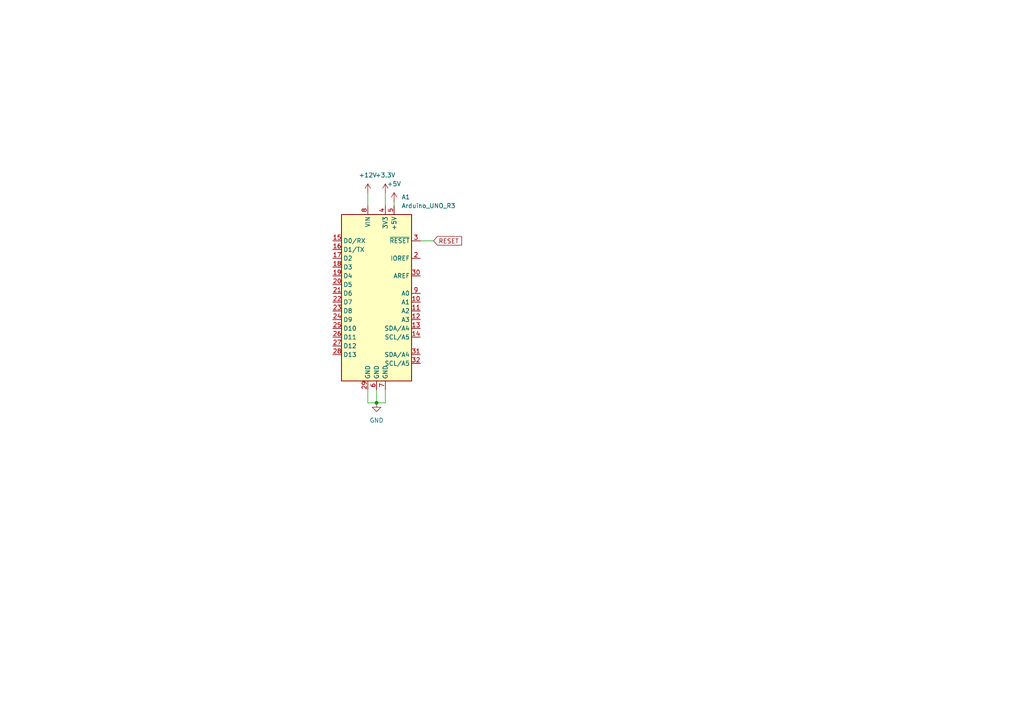
<source format=kicad_sch>
(kicad_sch (version 20250114) (generator "eeschema") (generator_version "9.0")
  (paper "A4")
  (lib_symbols
    (symbol "MCU_Module:Arduino_UNO_R3"
      (property "Reference" "A" (at -10.16 23.495 0))
      (property "Value" "Arduino_UNO_R3" (at 5.08 -26.67 0))
      (symbol "Arduino_UNO_R3_0_1"
        (rectangle (start -10.16 22.86) (end 10.16 -25.4) (stroke (width 0.254)) (fill (type background)))
      )
      (symbol "Arduino_UNO_R3_1_1"
        (pin bidirectional line (at -12.7 15.24 0) (length 2.54) (name "D0/RX") (number "15"))
        (pin bidirectional line (at -12.7 12.7 0) (length 2.54) (name "D1/TX") (number "16"))
        (pin bidirectional line (at -12.7 10.16 0) (length 2.54) (name "D2") (number "17"))
        (pin bidirectional line (at -12.7 7.62 0) (length 2.54) (name "D3") (number "18"))
        (pin bidirectional line (at -12.7 5.08 0) (length 2.54) (name "D4") (number "19"))
        (pin bidirectional line (at -12.7 2.54 0) (length 2.54) (name "D5") (number "20"))
        (pin bidirectional line (at -12.7 0 0) (length 2.54) (name "D6") (number "21"))
        (pin bidirectional line (at -12.7 -2.54 0) (length 2.54) (name "D7") (number "22"))
        (pin bidirectional line (at -12.7 -5.08 0) (length 2.54) (name "D8") (number "23"))
        (pin bidirectional line (at -12.7 -7.62 0) (length 2.54) (name "D9") (number "24"))
        (pin bidirectional line (at -12.7 -10.16 0) (length 2.54) (name "D10") (number "25"))
        (pin bidirectional line (at -12.7 -12.7 0) (length 2.54) (name "D11") (number "26"))
        (pin bidirectional line (at -12.7 -15.24 0) (length 2.54) (name "D12") (number "27"))
        (pin bidirectional line (at -12.7 -17.78 0) (length 2.54) (name "D13") (number "28"))
        (pin no_connect line (at -10.16 -20.32 0) (length 2.54) (hide yes) (name "NC") (number "1"))
        (pin power_in line (at -2.54 25.4 270) (length 2.54) (name "VIN") (number "8"))
        (pin power_in line (at -2.54 -27.94 90) (length 2.54) (name "GND") (number "29"))
        (pin power_in line (at 0 -27.94 90) (length 2.54) (name "GND") (number "6"))
        (pin power_out line (at 2.54 25.4 270) (length 2.54) (name "3V3") (number "4"))
        (pin power_in line (at 2.54 -27.94 90) (length 2.54) (name "GND") (number "7"))
        (pin power_out line (at 5.08 25.4 270) (length 2.54) (name "+5V") (number "5"))
        (pin input line (at 12.7 15.24 180) (length 2.54) (name "~{RESET}") (number "3"))
        (pin output line (at 12.7 10.16 180) (length 2.54) (name "IOREF") (number "2"))
        (pin input line (at 12.7 5.08 180) (length 2.54) (name "AREF") (number "30"))
        (pin bidirectional line (at 12.7 0 180) (length 2.54) (name "A0") (number "9"))
        (pin bidirectional line (at 12.7 -2.54 180) (length 2.54) (name "A1") (number "10"))
        (pin bidirectional line (at 12.7 -5.08 180) (length 2.54) (name "A2") (number "11"))
        (pin bidirectional line (at 12.7 -7.62 180) (length 2.54) (name "A3") (number "12"))
        (pin bidirectional line (at 12.7 -10.16 180) (length 2.54) (name "SDA/A4") (number "13"))
        (pin bidirectional line (at 12.7 -12.7 180) (length 2.54) (name "SCL/A5") (number "14"))
        (pin bidirectional line (at 12.7 -17.78 180) (length 2.54) (name "SDA/A4") (number "31"))
        (pin bidirectional line (at 12.7 -20.32 180) (length 2.54) (name "SCL/A5") (number "32"))
      )
    )
    (symbol "power:+12V" (power) (pin_numbers (hide yes)) (pin_names (offset 0) (hide yes))
      (property "Value" "+12V" (at 0 3.556 0))
      (symbol "+12V_0_1"
        (polyline (pts (xy -0.762 1.27) (xy 0 2.54)))
        (polyline (pts (xy 0 2.54) (xy 0.762 1.27)))
        (polyline (pts (xy 0 0) (xy 0 2.54)))
      )
      (symbol "+12V_1_1"
        (pin power_in line (at 0 0 90) (length 0) (name "~") (number "1"))
      )
    )
    (symbol "power:+3.3V" (power) (pin_numbers (hide yes)) (pin_names (offset 0) (hide yes))
      (property "Value" "+3.3V" (at 0 3.556 0))
      (symbol "+3.3V_0_1"
        (polyline (pts (xy -0.762 1.27) (xy 0 2.54)))
        (polyline (pts (xy 0 2.54) (xy 0.762 1.27)))
        (polyline (pts (xy 0 0) (xy 0 2.54)))
      )
      (symbol "+3.3V_1_1"
        (pin power_in line (at 0 0 90) (length 0) (name "~") (number "1"))
      )
    )
    (symbol "power:+5V" (power) (pin_numbers (hide yes)) (pin_names (offset 0) (hide yes))
      (property "Value" "+5V" (at 0 3.556 0))
      (symbol "+5V_0_1"
        (polyline (pts (xy -0.762 1.27) (xy 0 2.54)))
        (polyline (pts (xy 0 2.54) (xy 0.762 1.27)))
        (polyline (pts (xy 0 0) (xy 0 2.54)))
      )
      (symbol "+5V_1_1"
        (pin power_in line (at 0 0 90) (length 0) (name "~") (number "1"))
      )
    )
    (symbol "power:GND" (power) (pin_numbers (hide yes)) (pin_names (offset 0) (hide yes))
      (property "Value" "GND" (at 0 -3.81 0))
      (symbol "GND_0_1"
        (polyline (pts (xy 0 0) (xy 0 -1.27) (xy 1.27 -1.27) (xy 0 -2.54) (xy -1.27 -1.27) (xy 0 -1.27)))
      )
      (symbol "GND_1_1"
        (pin power_in line (at 0 0 270) (length 0) (name "~") (number "1"))
      )
    )
  )
  (junction (at 109.22 116.84))
  (wire (pts (xy 111.76 55.88) (xy 111.76 59.69)))
  (wire (pts (xy 109.22 113.03) (xy 109.22 116.84)))
  (wire (pts (xy 111.76 113.03) (xy 111.76 116.84)))
  (wire (pts (xy 109.22 116.84) (xy 111.76 116.84)))
  (wire (pts (xy 114.3 58.42) (xy 114.3 59.69)))
  (wire (pts (xy 106.68 55.88) (xy 106.68 59.69)))
  (wire (pts (xy 106.68 116.84) (xy 106.68 113.03)))
  (wire (pts (xy 121.92 69.85) (xy 125.73 69.85)))
  (wire (pts (xy 109.22 116.84) (xy 106.68 116.84)))
  (global_label "RESET" (shape input) (at 125.73 69.85 0) (property "Intersheetrefs" "${INTERSHEET_REFS}" (effects (hide yes))))
  (symbol (lib_id "power:+5V") (at 114.3 58.42 0) (unit 1)
    (property "Reference" "#PWR018" (effects (hide yes)))
    (property "Value" "+5V" (at 114.3 53.34 0))
    (property "Description" "Power symbol creates a global label with name \"+5V\"" (effects (hide yes)))
  )
  (symbol (lib_id "MCU_Module:Arduino_UNO_R3") (at 109.22 85.09 0) (unit 1)
    (property "Reference" "A1" (at 116.4433 57.15 0) (effects (justify left)))
    (property "Value" "Arduino_UNO_R3" (at 116.4433 59.69 0) (effects (justify left)))
    (property "Footprint" "Module:Arduino_UNO_R3" (effects (hide yes)))
    (property "Datasheet" "https://www.arduino.cc/en/Main/arduinoBoardUno" (effects (hide yes)))
    (property "Description" "Arduino UNO Microcontroller Module, release 3" (effects (hide yes)))
  )
  (symbol (lib_id "power:+3.3V") (at 111.76 55.88 0) (unit 1)
    (property "Reference" "#PWR017" (effects (hide yes)))
    (property "Value" "+3.3V" (at 111.76 50.8 0))
    (property "Description" "Power symbol creates a global label with name \"+3.3V\"" (effects (hide yes)))
  )
  (symbol (lib_id "power:GND") (at 109.22 116.84 0) (unit 1)
    (property "Reference" "#PWR014" (effects (hide yes)))
    (property "Value" "GND" (at 109.22 121.92 0))
    (property "Description" "Power symbol creates a global label with name \"GND\" , ground" (effects (hide yes)))
  )
  (symbol (lib_id "power:+12V") (at 106.68 55.88 0) (unit 1)
    (property "Reference" "#PWR019" (effects (hide yes)))
    (property "Value" "+12V" (at 106.68 50.8 0))
    (property "Description" "Power symbol creates a global label with name \"+12V\"" (effects (hide yes)))
  )
)
</source>
